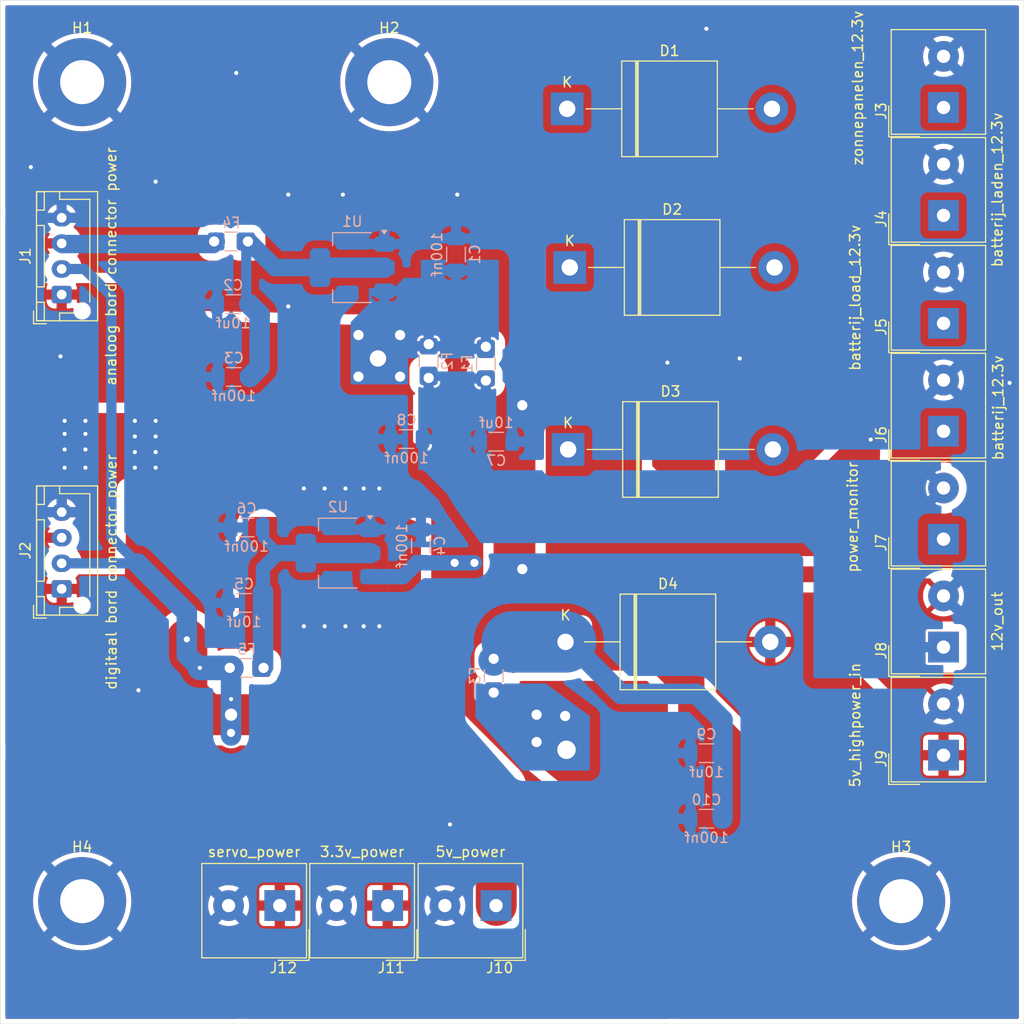
<source format=kicad_pcb>
(kicad_pcb (version 20240108) (generator "pcbnew") (generator_version "8.0")
  (layers (0 "F.Cu" signal) (31 "B.Cu" signal) (34 "B.Paste" user) (35 "F.Paste" user) (36 "B.SilkS" user "B.Silkscreen") (37 "F.SilkS" user "F.Silkscreen") (38 "B.Mask" user) (39 "F.Mask" user) (44 "Edge.Cuts" user))
  (net 0 "")
  (net 1 "GND")
  (net 2 "+12L")
  (net 3 "+3.3V")
  (net 4 "+5V")
  (net 5 "VBUS")
  (net 6 "+BATT")
  (net 7 "+VDC")
  (net 8 "+5VL")
  (net 9 "VDD")
  (net 10 "Net-(U1-VO)")
  (net 11 "Net-(U2-VO)")
  (net 12 "Net-(D4-K)")
  (net 13 "VDC")
  (net 14 "+5VP")
  (footprint "MountingHole:MountingHole_4.3mm_M4_Pad" (layer "F.Cu") (at 20 20)
    (property "Reference" "H1" (at 0 -5.3 0) (layer "F.SilkS"))
    (property "Value" "MountingHole_Pad")
    (pad "1" thru_hole circle (at 0 0) (size 8.6 8.6) (drill 4.3) (layers "*.Cu" "*.Mask") (net 1 "GND"))
  )
  (footprint "TerminalBlock_Altech:Altech_AK100_1x02_P5.00mm" (layer "F.Cu") (at 39.3035 100.4325 180)
    (property "Reference" "J12" (at -0.35 -6.09 0) (layer "F.SilkS"))
    (property "Value" "servo_power" (at 2.5 5.25 0) (layer "F.SilkS"))
    (pad "1" thru_hole rect (at 0 0 180) (size 3 3) (drill 1.3) (layers "*.Cu" "*.Mask") (net 8 "+5VL"))
    (pad "2" thru_hole circle (at 5 0 180) (size 3 3) (drill 1.3) (layers "*.Cu" "*.Mask") (net 1 "GND"))
  )
  (footprint "Connector_JST:JST_XH_B4B-XH-AM_1x04_P2.50mm_Vertical" (layer "F.Cu") (at 18 40.75 90)
    (property "Reference" "J1" (at 3.75 -3.55 90) (layer "F.SilkS"))
    (property "Value" "analoog bord connector power" (at 2.754 4.826 90) (layer "F.SilkS"))
    (pad "" np_thru_hole circle (at -1.6 2 90) (size 1.2 1.2) (drill 1.2) (layers "*.Cu" "*.Mask"))
    (pad "1" thru_hole roundrect (at 0 0 90) (size 1.7 1.95) (drill 0.95) (layers "*.Cu" "*.Mask") (roundrect_rratio 0.147059) (net 2 "+12L"))
    (pad "2" thru_hole oval (at 2.5 0 90) (size 1.7 1.95) (drill 0.95) (layers "*.Cu" "*.Mask") (net 4 "+5V"))
    (pad "3" thru_hole oval (at 5 0 90) (size 1.7 1.95) (drill 0.95) (layers "*.Cu" "*.Mask") (net 3 "+3.3V"))
    (pad "4" thru_hole oval (at 7.5 0 90) (size 1.7 1.95) (drill 0.95) (layers "*.Cu" "*.Mask") (net 1 "GND"))
  )
  (footprint "Diode_THT:D_P600_R-6_P20.00mm_Horizontal" (layer "F.Cu") (at 67.63 38.1)
    (property "Reference" "D2" (at 10 -5.67 0) (layer "F.SilkS"))
    (property "Value" "10SQ045")
    (fp_text user "K" (at 0 -2.6 0) (layer "F.SilkS"))
    (pad "1" thru_hole rect (at 0 0) (size 3.2 3.2) (drill 1.6) (layers "*.Cu" "*.Mask") (net 9 "VDD"))
    (pad "2" thru_hole oval (at 20 0) (size 3.2 3.2) (drill 1.6) (layers "*.Cu" "*.Mask") (net 6 "+BATT"))
  )
  (footprint "TerminalBlock_Altech:Altech_AK100_1x02_P5.00mm" (layer "F.Cu") (at 60.4325 100.4325 180)
    (property "Reference" "J10" (at -0.35 -6.09 0) (layer "F.SilkS"))
    (property "Value" "5v_power" (at 2.5 5.25 0) (layer "F.SilkS"))
    (pad "1" thru_hole rect (at 0 0 180) (size 3 3) (drill 1.3) (layers "*.Cu" "*.Mask") (net 4 "+5V"))
    (pad "2" thru_hole circle (at 5 0 180) (size 3 3) (drill 1.3) (layers "*.Cu" "*.Mask") (net 1 "GND"))
  )
  (footprint "TerminalBlock_Altech:Altech_AK100_1x02_P5.00mm" (layer "F.Cu") (at 104.14 43.561 90)
    (property "Reference" "J5" (at -0.35 -6.09 90) (layer "F.SilkS"))
    (property "Value" "batterij_load_12.3v" (at 2.5 -8.636 90) (layer "F.SilkS"))
    (pad "1" thru_hole rect (at 0 0 90) (size 3 3) (drill 1.3) (layers "*.Cu" "*.Mask") (net 13 "VDC"))
    (pad "2" thru_hole circle (at 5 0 90) (size 3 3) (drill 1.3) (layers "*.Cu" "*.Mask") (net 1 "GND"))
  )
  (footprint "MountingHole:MountingHole_4.3mm_M4_Pad" (layer "F.Cu") (at 100 100)
    (property "Reference" "H3" (at 0 -5.3 0) (layer "F.SilkS"))
    (property "Value" "MountingHole_Pad")
    (pad "1" thru_hole circle (at 0 0) (size 8.6 8.6) (drill 4.3) (layers "*.Cu" "*.Mask") (net 1 "GND"))
  )
  (footprint "Connector_JST:JST_XH_B4B-XH-AM_1x04_P2.50mm_Vertical" (layer "F.Cu") (at 18 69.5 90)
    (property "Reference" "J2" (at 3.75 -3.55 90) (layer "F.SilkS"))
    (property "Value" "digitaal bord connector power" (at 1.658 4.86 90) (layer "F.SilkS"))
    (pad "" np_thru_hole circle (at -1.6 2 90) (size 1.2 1.2) (drill 1.2) (layers "*.Cu" "*.Mask"))
    (pad "1" thru_hole roundrect (at 0 0 90) (size 1.7 1.95) (drill 0.95) (layers "*.Cu" "*.Mask") (roundrect_rratio 0.147059) (net 2 "+12L"))
    (pad "2" thru_hole oval (at 2.5 0 90) (size 1.7 1.95) (drill 0.95) (layers "*.Cu" "*.Mask") (net 4 "+5V"))
    (pad "3" thru_hole oval (at 5 0 90) (size 1.7 1.95) (drill 0.95) (layers "*.Cu" "*.Mask") (net 3 "+3.3V"))
    (pad "4" thru_hole oval (at 7.5 0 90) (size 1.7 1.95) (drill 0.95) (layers "*.Cu" "*.Mask") (net 1 "GND"))
  )
  (footprint "TerminalBlock_Altech:Altech_AK100_1x02_P5.00mm" (layer "F.Cu") (at 104.14 64.643 90)
    (property "Reference" "J7" (at -0.35 -6.09 90) (layer "F.SilkS"))
    (property "Value" "power_monitor" (at 2.159 -8.89 90) (layer "F.SilkS"))
    (pad "1" thru_hole rect (at 0 0 90) (size 3 3) (drill 1.3) (layers "*.Cu" "*.Mask") (net 9 "VDD"))
    (pad "2" thru_hole circle (at 5 0 90) (size 3 3) (drill 1.3) (layers "*.Cu" "*.Mask") (net 5 "VBUS"))
  )
  (footprint "MountingHole:MountingHole_4.3mm_M4_Pad" (layer "F.Cu") (at 50 20)
    (property "Reference" "H2" (at 0 -5.3 0) (layer "F.SilkS"))
    (property "Value" "MountingHole_Pad")
    (pad "1" thru_hole circle (at 0 0) (size 8.6 8.6) (drill 4.3) (layers "*.Cu" "*.Mask") (net 1 "GND"))
  )
  (footprint "TerminalBlock_Altech:Altech_AK100_1x02_P5.00mm" (layer "F.Cu") (at 104.14 85.7445 90)
    (property "Reference" "J9" (at -0.35 -6.09 90) (layer "F.SilkS"))
    (property "Value" "5v_highpower_in" (at 2.9405 -8.636 90) (layer "F.SilkS"))
    (pad "1" thru_hole rect (at 0 0 90) (size 3 3) (drill 1.3) (layers "*.Cu" "*.Mask") (net 14 "+5VP"))
    (pad "2" thru_hole circle (at 5 0 90) (size 3 3) (drill 1.3) (layers "*.Cu" "*.Mask") (net 1 "GND"))
  )
  (footprint "TerminalBlock_Altech:Altech_AK100_1x02_P5.00mm" (layer "F.Cu") (at 104.14 54.102 90)
    (property "Reference" "J6" (at -0.35 -6.09 90) (layer "F.SilkS"))
    (property "Value" "batterij_12.3v" (at 2.286 5.334 90) (layer "F.SilkS"))
    (pad "1" thru_hole rect (at 0 0 90) (size 3 3) (drill 1.3) (layers "*.Cu" "*.Mask") (net 9 "VDD"))
    (pad "2" thru_hole circle (at 5 0 90) (size 3 3) (drill 1.3) (layers "*.Cu" "*.Mask") (net 1 "GND"))
  )
  (footprint "Diode_THT:D_P600_R-6_P20.00mm_Horizontal" (layer "F.Cu") (at 67.216 74.676)
    (property "Reference" "D4" (at 10 -5.67 0) (layer "F.SilkS"))
    (property "Value" "10SQ045")
    (fp_text user "K" (at 0 -2.6 0) (layer "F.SilkS"))
    (pad "1" thru_hole rect (at 0 0) (size 3.2 3.2) (drill 1.6) (layers "*.Cu" "*.Mask") (net 12 "Net-(D4-K)"))
    (pad "2" thru_hole oval (at 20 0) (size 3.2 3.2) (drill 1.6) (layers "*.Cu" "*.Mask") (net 14 "+5VP"))
  )
  (footprint "MountingHole:MountingHole_4.3mm_M4_Pad" (layer "F.Cu") (at 20 100)
    (property "Reference" "H4" (at 0 -5.3 0) (layer "F.SilkS"))
    (property "Value" "MountingHole_Pad")
    (pad "1" thru_hole circle (at 0 0) (size 8.6 8.6) (drill 4.3) (layers "*.Cu" "*.Mask") (net 1 "GND"))
  )
  (footprint "TerminalBlock_Altech:Altech_AK100_1x02_P5.00mm" (layer "F.Cu") (at 104.14 75.184 90)
    (property "Reference" "J8" (at -0.35 -6.09 90) (layer "F.SilkS"))
    (property "Value" "12v_out" (at 2.5 5.25 90) (layer "F.SilkS"))
    (pad "1" thru_hole rect (at 0 0 90) (size 3 3) (drill 1.3) (layers "*.Cu" "*.Mask") (net 5 "VBUS"))
    (pad "2" thru_hole circle (at 5 0 90) (size 3 3) (drill 1.3) (layers "*.Cu" "*.Mask") (net 1 "GND"))
  )
  (footprint "TerminalBlock_Altech:Altech_AK100_1x02_P5.00mm" (layer "F.Cu") (at 49.8445 100.4325 180)
    (property "Reference" "J11" (at -0.35 -6.09 0) (layer "F.SilkS"))
    (property "Value" "3.3v_power" (at 2.5 5.25 0) (layer "F.SilkS"))
    (pad "1" thru_hole rect (at 0 0 180) (size 3 3) (drill 1.3) (layers "*.Cu" "*.Mask") (net 3 "+3.3V"))
    (pad "2" thru_hole circle (at 5 0 180) (size 3 3) (drill 1.3) (layers "*.Cu" "*.Mask") (net 1 "GND"))
  )
  (footprint "Diode_THT:D_P600_R-6_P20.00mm_Horizontal" (layer "F.Cu") (at 67.376 22.606)
    (property "Reference" "D1" (at 10 -5.67 0) (layer "F.SilkS"))
    (property "Value" "10SQ045")
    (fp_text user "K" (at 0 -2.6 0) (layer "F.SilkS"))
    (pad "1" thru_hole rect (at 0 0) (size 3.2 3.2) (drill 1.6) (layers "*.Cu" "*.Mask") (net 6 "+BATT"))
    (pad "2" thru_hole oval (at 20 0) (size 3.2 3.2) (drill 1.6) (layers "*.Cu" "*.Mask") (net 7 "+VDC"))
  )
  (footprint "TerminalBlock_Altech:Altech_AK100_1x02_P5.00mm" (layer "F.Cu") (at 104.14 33.02 90)
    (property "Reference" "J4" (at -0.35 -6.09 90) (layer "F.SilkS"))
    (property "Value" "batterij_laden_12.3v" (at 2.5 5.25 90) (layer "F.SilkS"))
    (pad "1" thru_hole rect (at 0 0 90) (size 3 3) (drill 1.3) (layers "*.Cu" "*.Mask") (net 6 "+BATT"))
    (pad "2" thru_hole circle (at 5 0 90) (size 3 3) (drill 1.3) (layers "*.Cu" "*.Mask") (net 1 "GND"))
  )
  (footprint "TerminalBlock_Altech:Altech_AK100_1x02_P5.00mm" (layer "F.Cu") (at 104.14 22.479 90)
    (property "Reference" "J3" (at -0.35 -6.09 90) (layer "F.SilkS"))
    (property "Value" "zonnepanelen_12.3v" (at 1.905 -8.382 90) (layer "F.SilkS"))
    (pad "1" thru_hole rect (at 0 0 90) (size 3 3) (drill 1.3) (layers "*.Cu" "*.Mask") (net 7 "+VDC"))
    (pad "2" thru_hole circle (at 5 0 90) (size 3 3) (drill 1.3) (layers "*.Cu" "*.Mask") (net 1 "GND"))
  )
  (footprint "Diode_THT:D_P600_R-6_P20.00mm_Horizontal" (layer "F.Cu") (at 67.47 55.88)
    (property "Reference" "D3" (at 10 -5.67 0) (layer "F.SilkS"))
    (property "Value" "10SQ045")
    (fp_text user "K" (at 0 -2.6 0) (layer "F.SilkS"))
    (pad "1" thru_hole rect (at 0 0) (size 3.2 3.2) (drill 1.6) (layers "*.Cu" "*.Mask") (net 9 "VDD"))
    (pad "2" thru_hole oval (at 20 0) (size 3.2 3.2) (drill 1.6) (layers "*.Cu" "*.Mask") (net 13 "VDC"))
  )
  (footprint "Fuse:Fuse_12060hole_3216Metric_Pad1.42x1.75mm_HandSolder" (layer "B.Cu") (at 60.198 77.978 -90)
    (property "Reference" "F3" (at 0 1.82 90) (layer "B.SilkS") (effects (justify mirror)))
    (property "Value" "Polyfuse_Small")
    (pad "1" thru_hole roundrect (at -1.651 0 270) (size 1.8 1.75) (drill 1 (offset 0.2 0)) (layers "*.Cu" "*.Mask") (roundrect_rratio 0.175439) (net 12 "Net-(D4-K)"))
    (pad "2" thru_hole roundrect (at 1.651 0 270) (size 1.6 1.75) (drill 1 (offset -0.2 0)) (layers "*.Cu" "*.Mask") (roundrect_rratio 0.175439) (net 8 "+5VL"))
  )
  (footprint "Capacitor_SMD:C_1206_3216Metric_Pad1.33x1.80mm_HandSolder" (layer "B.Cu") (at 60.452 55.118)
    (property "Reference" "C7" (at 0 1.85 0) (layer "B.SilkS") (effects (justify mirror)))
    (property "Value" "10uf" (at 0 -1.85 0) (layer "B.SilkS") (effects (justify mirror)))
    (pad "1" smd roundrect (at -1.5625 0) (size 1.325 1.8) (layers "B.Cu" "B.Paste" "B.Mask") (roundrect_rratio 0.188679) (net 5 "VBUS"))
    (pad "2" smd roundrect (at 1.5625 0) (size 1.325 1.8) (layers "B.Cu" "B.Paste" "B.Mask") (roundrect_rratio 0.188679) (net 1 "GND"))
  )
  (footprint "Capacitor_SMD:C_1206_3216Metric_Pad1.33x1.80mm_HandSolder" (layer "B.Cu") (at 34.754 41.682 180)
    (property "Reference" "C2" (at 0 1.85 0) (layer "B.SilkS") (effects (justify mirror)))
    (property "Value" "10uf" (at 0 -1.85 0) (layer "B.SilkS") (effects (justify mirror)))
    (pad "1" smd roundrect (at -1.5625 0 180) (size 1.325 1.8) (layers "B.Cu" "B.Paste" "B.Mask") (roundrect_rratio 0.188679) (net 10 "Net-(U1-VO)"))
    (pad "2" smd roundrect (at 1.5625 0 180) (size 1.325 1.8) (layers "B.Cu" "B.Paste" "B.Mask") (roundrect_rratio 0.188679) (net 1 "GND"))
  )
  (footprint "Capacitor_SMD:C_1206_3216Metric_Pad1.33x1.80mm_HandSolder" (layer "B.Cu") (at 35.814 70.866 180)
    (property "Reference" "C5" (at 0 1.85 0) (layer "B.SilkS") (effects (justify mirror)))
    (property "Value" "10uf" (at 0 -1.85 0) (layer "B.SilkS") (effects (justify mirror)))
    (pad "1" smd roundrect (at -1.5625 0 180) (size 1.325 1.8) (layers "B.Cu" "B.Paste" "B.Mask") (roundrect_rratio 0.188679) (net 11 "Net-(U2-VO)"))
    (pad "2" smd roundrect (at 1.5625 0 180) (size 1.325 1.8) (layers "B.Cu" "B.Paste" "B.Mask") (roundrect_rratio 0.188679) (net 1 "GND"))
  )
  (footprint "Package_TO_SOT_SMD:SOT-223-3_TabPin2" (layer "B.Cu") (at 46.38 38.114 180)
    (property "Reference" "U1" (at 0 4.5 0) (layer "B.SilkS") (effects (justify mirror)))
    (property "Value" "LD1117S33TR_SOT223")
    (pad "1" smd roundrect (at -3.15 2.3 180) (size 2 1.5) (layers "B.Cu" "B.Paste" "B.Mask") (net 1 "GND"))
    (pad "2" smd roundrect (at -3.15 0 180) (size 2 1.5) (layers "B.Cu" "B.Paste" "B.Mask") (net 10 "Net-(U1-VO)"))
    (pad "2" smd roundrect (at 3.15 0 180) (size 2 3.8) (layers "B.Cu" "B.Paste" "B.Mask") (net 10 "Net-(U1-VO)"))
    (pad "3" smd roundrect (at -3.15 -2.3 180) (size 2 1.5) (layers "B.Cu" "B.Paste" "B.Mask") (net 2 "+12L"))
  )
  (footprint "Capacitor_SMD:C_1206_3216Metric_Pad1.33x1.80mm_HandSolder" (layer "B.Cu") (at 51.689 54.864 180)
    (property "Reference" "C8" (at 0 1.85 0) (layer "B.SilkS") (effects (justify mirror)))
    (property "Value" "100nf" (at 0 -1.85 0) (layer "B.SilkS") (effects (justify mirror)))
    (pad "1" smd roundrect (at -1.5625 0 180) (size 1.325 1.8) (layers "B.Cu" "B.Paste" "B.Mask") (roundrect_rratio 0.188679) (net 5 "VBUS"))
    (pad "2" smd roundrect (at 1.5625 0 180) (size 1.325 1.8) (layers "B.Cu" "B.Paste" "B.Mask") (roundrect_rratio 0.188679) (net 1 "GND"))
  )
  (footprint "Fuse:Fuse_12060hole_3216Metric_Pad1.42x1.75mm_HandSolder" (layer "B.Cu") (at 59.436 47.498 -90)
    (property "Reference" "F1" (at 0 1.82 90) (layer "B.SilkS") (effects (justify mirror)))
    (property "Value" "Polyfuse_Small")
    (pad "1" thru_hole roundrect (at -1.651 0 270) (size 1.8 1.75) (drill 1 (offset 0.2 0)) (layers "*.Cu" "*.Mask") (roundrect_rratio 0.175439) (net 2 "+12L"))
    (pad "2" thru_hole roundrect (at 1.651 0 270) (size 1.6 1.75) (drill 1 (offset -0.2 0)) (layers "*.Cu" "*.Mask") (roundrect_rratio 0.175439) (net 5 "VBUS"))
  )
  (footprint "Fuse:Fuse_12060hole_3216Metric_Pad1.42x1.75mm_HandSolder" (layer "B.Cu") (at 36.068 77.216 180)
    (property "Reference" "F5" (at 0 1.82 0) (layer "B.SilkS") (effects (justify mirror)))
    (property "Value" "Polyfuse_Small")
    (pad "1" thru_hole roundrect (at -1.651 0 180) (size 1.8 1.75) (drill 1 (offset 0.2 0)) (layers "*.Cu" "*.Mask") (roundrect_rratio 0.175439) (net 11 "Net-(U2-VO)"))
    (pad "2" thru_hole roundrect (at 1.651 0 180) (size 1.6 1.75) (drill 1 (offset -0.2 0)) (layers "*.Cu" "*.Mask") (roundrect_rratio 0.175439) (net 4 "+5V"))
  )
  (footprint "Capacitor_SMD:C_1206_3216Metric_Pad1.33x1.80mm_HandSolder" (layer "B.Cu") (at 53.086 65.278 90)
    (property "Reference" "C4" (at 0 1.85 90) (layer "B.SilkS") (effects (justify mirror)))
    (property "Value" "100nf" (at 0 -1.85 90) (layer "B.SilkS") (effects (justify mirror)))
    (pad "1" smd roundrect (at -1.5625 0 90) (size 1.325 1.8) (layers "B.Cu" "B.Paste" "B.Mask") (roundrect_rratio 0.188679) (net 2 "+12L"))
    (pad "2" smd roundrect (at 1.5625 0 90) (size 1.325 1.8) (layers "B.Cu" "B.Paste" "B.Mask") (roundrect_rratio 0.188679) (net 1 "GND"))
  )
  (footprint "Package_TO_SOT_SMD:SOT-223-3_TabPin2" (layer "B.Cu") (at 45 66 180)
    (property "Reference" "U2" (at 0 4.5 0) (layer "B.SilkS") (effects (justify mirror)))
    (property "Value" "LD1117S50TR_SOT223")
    (pad "1" smd roundrect (at -3.15 2.3 180) (size 2 1.5) (layers "B.Cu" "B.Paste" "B.Mask") (net 1 "GND"))
    (pad "2" smd roundrect (at -3.15 0 180) (size 2 1.5) (layers "B.Cu" "B.Paste" "B.Mask") (net 11 "Net-(U2-VO)"))
    (pad "2" smd roundrect (at 3.15 0 180) (size 2 3.8) (layers "B.Cu" "B.Paste" "B.Mask") (net 11 "Net-(U2-VO)"))
    (pad "3" smd roundrect (at -3.15 -2.3 180) (size 2 1.5) (layers "B.Cu" "B.Paste" "B.Mask") (net 2 "+12L"))
  )
  (footprint "Capacitor_SMD:C_1206_3216Metric_Pad1.33x1.80mm_HandSolder" (layer "B.Cu") (at 36.068 63.5 180)
    (property "Reference" "C6" (at 0 1.85 0) (layer "B.SilkS") (effects (justify mirror)))
    (property "Value" "100nf" (at 0 -1.85 0) (layer "B.SilkS") (effects (justify mirror)))
    (pad "1" smd roundrect (at -1.5625 0 180) (size 1.325 1.8) (layers "B.Cu" "B.Paste" "B.Mask") (roundrect_rratio 0.188679) (net 11 "Net-(U2-VO)"))
    (pad "2" smd roundrect (at 1.5625 0 180) (size 1.325 1.8) (layers "B.Cu" "B.Paste" "B.Mask") (roundrect_rratio 0.188679) (net 1 "GND"))
  )
  (footprint "Capacitor_SMD:C_1206_3216Metric_Pad1.33x1.80mm_HandSolder" (layer "B.Cu") (at 34.8175 48.794 180)
    (property "Reference" "C3" (at 0 1.85 0) (layer "B.SilkS") (effects (justify mirror)))
    (property "Value" "100nf" (at 0 -1.85 0) (layer "B.SilkS") (effects (justify mirror)))
    (pad "1" smd roundrect (at -1.5625 0 180) (size 1.325 1.8) (layers "B.Cu" "B.Paste" "B.Mask") (roundrect_rratio 0.188679) (net 10 "Net-(U1-VO)"))
    (pad "2" smd roundrect (at 1.5625 0 180) (size 1.325 1.8) (layers "B.Cu" "B.Paste" "B.Mask") (roundrect_rratio 0.188679) (net 1 "GND"))
  )
  (footprint "Capacitor_SMD:C_1206_3216Metric_Pad1.33x1.80mm_HandSolder" (layer "B.Cu") (at 80.9875 91.948 180)
    (property "Reference" "C10" (at 0 1.85 0) (layer "B.SilkS") (effects (justify mirror)))
    (property "Value" "100nf" (at 0 -1.85 0) (layer "B.SilkS") (effects (justify mirror)))
    (pad "1" smd roundrect (at -1.5625 0 180) (size 1.325 1.8) (layers "B.Cu" "B.Paste" "B.Mask") (roundrect_rratio 0.188679) (net 12 "Net-(D4-K)"))
    (pad "2" smd roundrect (at 1.5625 0 180) (size 1.325 1.8) (layers "B.Cu" "B.Paste" "B.Mask") (roundrect_rratio 0.188679) (net 1 "GND"))
  )
  (footprint "Capacitor_SMD:C_1206_3216Metric_Pad1.33x1.80mm_HandSolder" (layer "B.Cu") (at 56.515 36.83 90)
    (property "Reference" "C1" (at 0 1.85 90) (layer "B.SilkS") (effects (justify mirror)))
    (property "Value" "100nf" (at 0 -1.85 90) (layer "B.SilkS") (effects (justify mirror)))
    (pad "1" smd roundrect (at -1.5625 0 90) (size 1.325 1.8) (layers "B.Cu" "B.Paste" "B.Mask") (roundrect_rratio 0.188679) (net 2 "+12L"))
    (pad "2" smd roundrect (at 1.5625 0 90) (size 1.325 1.8) (layers "B.Cu" "B.Paste" "B.Mask") (roundrect_rratio 0.188679) (net 1 "GND"))
  )
  (footprint "Fuse:Fuse_12060hole_3216Metric_Pad1.42x1.75mm_HandSolder" (layer "B.Cu") (at 34.544 35.56 180)
    (property "Reference" "F4" (at 0 1.82 0) (layer "B.SilkS") (effects (justify mirror)))
    (property "Value" "Polyfuse_Small")
    (pad "1" thru_hole roundrect (at -1.651 0 180) (size 1.8 1.75) (drill 1 (offset 0.2 0)) (layers "*.Cu" "*.Mask") (roundrect_rratio 0.175439) (net 10 "Net-(U1-VO)"))
    (pad "2" thru_hole roundrect (at 1.651 0 180) (size 1.6 1.75) (drill 1 (offset -0.2 0)) (layers "*.Cu" "*.Mask") (roundrect_rratio 0.175439) (net 3 "+3.3V"))
  )
  (footprint "Capacitor_SMD:C_1206_3216Metric_Pad1.33x1.80mm_HandSolder" (layer "B.Cu") (at 80.9875 85.55 180)
    (property "Reference" "C9" (at 0 1.85 0) (layer "B.SilkS") (effects (justify mirror)))
    (property "Value" "10uf" (at 0 -1.85 0) (layer "B.SilkS") (effects (justify mirror)))
    (pad "1" smd roundrect (at -1.5625 0 180) (size 1.325 1.8) (layers "B.Cu" "B.Paste" "B.Mask") (roundrect_rratio 0.188679) (net 12 "Net-(D4-K)"))
    (pad "2" smd roundrect (at 1.5625 0 180) (size 1.325 1.8) (layers "B.Cu" "B.Paste" "B.Mask") (roundrect_rratio 0.188679) (net 1 "GND"))
  )
  (footprint "Fuse:Fuse_12060hole_3216Metric_Pad1.42x1.75mm_HandSolder" (layer "B.Cu") (at 53.848 47.244 90)
    (property "Reference" "F2" (at 0 1.82 -90) (layer "B.SilkS") (effects (justify mirror)))
    (property "Value" "Polyfuse_Small")
    (pad "1" thru_hole roundrect (at -1.651 0 90) (size 1.8 1.75) (drill 1 (offset 0.2 0)) (layers "*.Cu" "*.Mask") (roundrect_rratio 0.175439) (net 5 "VBUS"))
    (pad "2" thru_hole roundrect (at 1.651 0 90) (size 1.6 1.75) (drill 1 (offset -0.2 0)) (layers "*.Cu" "*.Mask") (roundrect_rratio 0.175439) (net 2 "+12L"))
  )
  (gr_rect (start 12 12) (end 112 112) (stroke (width 0.05)) (fill none) (layer "Edge.Cuts"))
  (via (at 77.1652 47.3964) (size 0.8) (drill 0.4) (layers "F.Cu" "B.Cu") (net 1))
  (via (at 55.9308 92.5068) (size 0.8) (drill 0.4) (layers "F.Cu" "B.Cu") (net 1))
  (via (at 20.32 53.086) (size 0.8) (drill 0.4) (layers "F.Cu" "B.Cu") (net 1))
  (via (at 27.178 57.658) (size 0.8) (drill 0.4) (layers "F.Cu" "B.Cu") (net 1))
  (via (at 45.72 73.152) (size 0.8) (drill 0.4) (layers "F.Cu" "B.Cu") (net 1))
  (via (at 56.642 30.988) (size 0.8) (drill 0.4) (layers "F.Cu" "B.Cu") (net 1))
  (via (at 20.32 54.356) (size 0.8) (drill 0.4) (layers "F.Cu" "B.Cu") (net 1))
  (via (at 49.022 59.69) (size 0.8) (drill 0.4) (layers "F.Cu" "B.Cu") (net 1))
  (via (at 25.5016 79.4004) (size 0.8) (drill 0.4) (layers "F.Cu" "B.Cu") (net 1))
  (via (at 40.132 30.988) (size 0.8) (drill 0.4) (layers "F.Cu" "B.Cu") (net 1))
  (via (at 20.32 55.88) (size 0.8) (drill 0.4) (layers "F.Cu" "B.Cu") (net 1))
  (via (at 27.178 53.086) (size 0.8) (drill 0.4) (layers "F.Cu" "B.Cu") (net 1))
  (via (at 41.656 73.152) (size 0.8) (drill 0.4) (layers "F.Cu" "B.Cu") (net 1))
  (via (at 25.146 53.086) (size 0.8) (drill 0.4) (layers "F.Cu" "B.Cu") (net 1))
  (via (at 35.052 19.1008) (size 0.8) (drill 0.4) (layers "F.Cu" "B.Cu") (net 1))
  (via (at 110.5916 49.3776) (size 0.8) (drill 0.4) (layers "F.Cu" "B.Cu") (net 1))
  (via (at 18.288 57.658) (size 0.8) (drill 0.4) (layers "F.Cu" "B.Cu") (net 1))
  (via (at 18.288 54.356) (size 0.8) (drill 0.4) (layers "F.Cu" "B.Cu") (net 1))
  (via (at 25.146 57.658) (size 0.8) (drill 0.4) (layers "F.Cu" "B.Cu") (net 1))
  (via (at 18.288 53.086) (size 0.8) (drill 0.4) (layers "F.Cu" "B.Cu") (net 1))
  (via (at 14.986 28.2956) (size 0.8) (drill 0.4) (layers "F.Cu" "B.Cu") (net 1))
  (via (at 97.028 54.9148) (size 0.8) (drill 0.4) (layers "F.Cu" "B.Cu") (net 1))
  (via (at 25.146 54.61) (size 0.8) (drill 0.4) (layers "F.Cu" "B.Cu") (net 1))
  (via (at 18.288 55.88) (size 0.8) (drill 0.4) (layers "F.Cu" "B.Cu") (net 1))
  (via (at 27.178 56.134) (size 0.8) (drill 0.4) (layers "F.Cu" "B.Cu") (net 1))
  (via (at 47.498 73.152) (size 0.8) (drill 0.4) (layers "F.Cu" "B.Cu") (net 1))
  (via (at 25.146 56.134) (size 0.8) (drill 0.4) (layers "F.Cu" "B.Cu") (net 1))
  (via (at 47.498 59.69) (size 0.8) (drill 0.4) (layers "F.Cu" "B.Cu") (net 1))
  (via (at 43.688 73.152) (size 0.8) (drill 0.4) (layers "F.Cu" "B.Cu") (net 1))
  (via (at 62.992 51.562) (size 1.5) (drill 1) (layers "F.Cu" "B.Cu") (net 1))
  (via (at 43.688 59.69) (size 0.8) (drill 0.4) (layers "F.Cu" "B.Cu") (net 1))
  (via (at 80.9752 14.7828) (size 0.8) (drill 0.4) (layers "F.Cu" "B.Cu") (net 1))
  (via (at 49.022 73.152) (size 0.8) (drill 0.4) (layers "F.Cu" "B.Cu") (net 1))
  (via (at 45.466 30.988) (size 0.8) (drill 0.4) (layers "F.Cu" "B.Cu") (net 1))
  (via (at 20.32 57.658) (size 0.8) (drill 0.4) (layers "F.Cu" "B.Cu") (net 1))
  (via (at 45.72 59.69) (size 0.8) (drill 0.4) (layers "F.Cu" "B.Cu") (net 1))
  (via (at 17.8816 46.7868) (size 0.8) (drill 0.4) (layers "F.Cu" "B.Cu") (net 1))
  (via (at 27.178 29.718) (size 0.8) (drill 0.4) (layers "F.Cu" "B.Cu") (net 1))
  (via (at 40.132 41.91) (size 0.8) (drill 0.4) (layers "F.Cu" "B.Cu") (net 1))
  (via (at 62.992 67.564) (size 1.5) (drill 1) (layers "F.Cu" "B.Cu") (net 1))
  (via (at 27.178 54.61) (size 0.8) (drill 0.4) (layers "F.Cu" "B.Cu") (net 1))
  (via (at 41.656 59.69) (size 0.8) (drill 0.4) (layers "F.Cu" "B.Cu") (net 1))
  (via (at 84.2264 46.99) (size 0.8) (drill 0.4) (layers "F.Cu" "B.Cu") (net 1))
  (segment (start 18 40.75) (end 18.034 40.784) (width 0.25) (layer "F.Cu") (net 2))
  (via (at 56.388 66.9544) (size 1.4) (drill 0.8) (layers "F.Cu" "B.Cu") (net 2))
  (via (at 58.3184 66.9544) (size 1.4) (drill 0.8) (layers "F.Cu" "B.Cu") (net 2))
  (via (at 46.99 48.768) (size 1.4) (drill 1) (layers "F.Cu" "B.Cu") (net 2))
  (via (at 48.895 46.99) (size 2) (drill 1.6) (layers "F.Cu" "B.Cu") (net 2))
  (via (at 51.054 44.704) (size 1.4) (drill 1) (layers "F.Cu" "B.Cu") (net 2))
  (via (at 46.99 44.704) (size 1.4) (drill 1) (layers "F.Cu" "B.Cu") (net 2))
  (via (at 51.054 48.768) (size 1.4) (drill 1) (layers "F.Cu" "B.Cu") (net 2))
  (segment (start 59.182 45.7565) (end 59.436 46.0105) (width 0.25) (layer "B.Cu") (net 2))
  (segment (start 51.3463 68.3) (end 48.15 68.3) (width 1.5) (layer "B.Cu") (net 2))
  (segment (start 58.3184 66.9544) (end 52.6919 66.9544) (width 1.5) (layer "B.Cu") (net 2))
  (segment (start 52.6919 66.7266) (end 52.8705 66.548) (width 0.25) (layer "B.Cu") (net 2))
  (segment (start 52.6919 66.9544) (end 51.3463 68.3) (width 1.5) (layer "B.Cu") (net 2))
  (segment (start 52.6919 66.9544) (end 52.6919 66.7266) (width 0.25) (layer "B.Cu") (net 2))
  (segment (start 49.784 100.372) (end 49.8445 100.4325) (width 2) (layer "F.Cu") (net 3))
  (segment (start 32.8025 35.814) (end 33.0565 35.56) (width 1.8) (layer "B.Cu") (net 3))
  (segment (start 18.064 35.814) (end 32.8025 35.814) (width 1.8) (layer "B.Cu") (net 3))
  (segment (start 18 35.75) (end 18.064 35.814) (width 1.8) (layer "B.Cu") (net 3))
  (segment (start 17.73 64.77) (end 18 64.5) (width 1) (layer "B.Cu") (net 3))
  (segment (start 60.452 100.413) (end 60.4325 100.4325) (width 0.25) (layer "F.Cu") (net 4))
  (segment (start 53.086 81.788) (end 32.258 81.788) (width 4) (layer "F.Cu") (net 4))
  (segment (start 60.452 100.413) (end 60.452 89.154) (width 4) (layer "F.Cu") (net 4))
  (segment (start 30.226 79.756) (end 30.226 74.422) (width 4) (layer "F.Cu") (net 4))
  (segment (start 32.258 81.788) (end 30.226 79.756) (width 4) (layer "F.Cu") (net 4))
  (segment (start 60.452 89.154) (end 53.086 81.788) (width 4) (layer "F.Cu") (net 4))
  (via (at 34.544 80.264) (size 0.8) (drill 0.4) (layers "F.Cu" "B.Cu") (net 4))
  (via (at 31.496 77.216) (size 0.8) (drill 0.4) (layers "F.Cu" "B.Cu") (net 4))
  (via (at 34.544 83.566) (size 1) (drill 0.8) (layers "F.Cu" "B.Cu") (net 4))
  (via (at 30.226 74.422) (size 1) (drill 0.6) (layers "F.Cu" "B.Cu") (net 4))
  (via (at 34.544 81.788) (size 1.6) (drill 1.2) (layers "F.Cu" "B.Cu") (net 4))
  (segment (start 22.86 40.894) (end 20.216 38.25) (width 1) (layer "B.Cu") (net 4))
  (segment (start 30.226 75.946) (end 30.226 74.422) (width 2) (layer "B.Cu") (net 4))
  (segment (start 34.544 81.534) (end 34.544 81.788) (width 1.5) (layer "B.Cu") (net 4))
  (segment (start 22.86 64.46) (end 22.86 40.894) (width 1) (layer "B.Cu") (net 4))
  (segment (start 20.216 38.25) (end 18 38.25) (width 1) (layer "B.Cu") (net 4))
  (segment (start 31.496 77.216) (end 34.5805 77.216) (width 2.4) (layer "B.Cu") (net 4))
  (segment (start 31.496 77.216) (end 30.226 75.946) (width 2) (layer "B.Cu") (net 4))
  (segment (start 25.4 67) (end 22.86 64.46) (width 1) (layer "B.Cu") (net 4))
  (segment (start 34.5805 77.216) (end 34.544 77.2525) (width 1) (layer "B.Cu") (net 4))
  (segment (start 34.544 83.82) (end 34.544 80.264) (width 2) (layer "B.Cu") (net 4))
  (segment (start 25.4 67) (end 30.226 71.826) (width 2) (layer "B.Cu") (net 4))
  (segment (start 18 67) (end 19.4267 67) (width 1) (layer "B.Cu") (net 4))
  (segment (start 30.226 74.676) (end 30.226 74.676) (width 2) (layer "B.Cu") (net 4))
  (segment (start 34.544 80.264) (end 34.544 77.2525) (width 2) (layer "B.Cu") (net 4))
  (segment (start 30.226 71.826) (end 30.226 74.422) (width 2) (layer "B.Cu") (net 4))
  (segment (start 61.214 99.651) (end 60.4325 100.4325) (width 1) (layer "B.Cu") (net 4))
  (segment (start 21.3072 67) (end 19.4267 67) (width 1) (layer "B.Cu") (net 4))
  (segment (start 25.4 67) (end 21.3072 67) (width 1) (layer "B.Cu") (net 4))
  (segment (start 53.2009 49.4516) (end 53.34 49.3125) (width 0.25) (layer "B.Cu") (net 5))
  (via (at 64.389 84.455) (size 1.5) (drill 1) (layers "F.Cu" "B.Cu") (net 8))
  (via (at 67.183 81.915) (size 1.5) (drill 1) (layers "F.Cu" "B.Cu") (net 8))
  (via (at 67.31 85.217) (size 3) (drill 1.8) (layers "F.Cu" "B.Cu") (net 8))
  (via (at 64.389 81.788) (size 1.5) (drill 1) (layers "F.Cu" "B.Cu") (net 8))
  (segment (start 67.63 55.72) (end 67.47 55.88) (width 0.25) (layer "F.Cu") (net 9))
  (segment (start 36.0315 35.56) (end 36.2855 35.56) (width 1.7) (layer "B.Cu") (net 10))
  (segment (start 37.338 44.164) (end 37.338 47.836) (width 2) (layer "B.Cu") (net 10))
  (segment (start 38.8395 38.114) (end 43.23 38.114) (width 1.7) (layer "B.Cu") (net 10))
  (segment (start 36.2855 35.56) (end 38.8395 38.114) (width 1.7) (layer "B.Cu") (net 10))
  (segment (start 36.0315 41.397) (end 36.0315 35.56) (width 1) (layer "B.Cu") (net 10))
  (segment (start 37.338 44.164) (end 37.338 42.7035) (width 2) (layer "B.Cu") (net 10))
  (segment (start 43.23 38.114) (end 49.53 38.114) (width 2) (layer "B.Cu") (net 10))
  (segment (start 37.338 42.7035) (end 36.3165 41.682) (width 2) (layer "B.Cu") (net 10))
  (segment (start 36.3165 41.682) (end 36.0315 41.397) (width 0.5) (layer "B.Cu") (net 10))
  (segment (start 37.338 47.836) (end 36.38 48.794) (width 2) (layer "B.Cu") (net 10))
  (segment (start 37.6725 67.4835) (end 37.6725 69.81) (width 1.4) (layer "B.Cu") (net 11))
  (segment (start 37.6725 77.099) (end 37.5555 77.216) (width 1) (layer "B.Cu") (net 11))
  (segment (start 37.6725 64.5165) (end 37.6725 62.952) (width 1) (layer "B.Cu") (net 11))
  (segment (start 41.85 66) (end 39.156 66) (width 1.6) (layer "B.Cu") (net 11))
  (segment (start 39.156 66) (end 37.6725 64.5165) (width 1) (layer "B.Cu") (net 11))
  (segment (start 39.156 66) (end 37.6725 67.4835) (width 1.4) (layer "B.Cu") (net 11))
  (segment (start 41.85 66) (end 48.15 66) (width 2) (layer "B.Cu") (net 11))
  (segment (start 37.6725 69.81) (end 37.6725 77.099) (width 2) (layer "B.Cu") (net 11))
  (segment (start 37.592 63.0325) (end 37.6725 62.952) (width 0.5) (layer "B.Cu") (net 11))
  (segment (start 67.216 74.676) (end 62.0125 74.676) (width 6) (layer "B.Cu") (net 12))
  (segment (start 82.55 82.296) (end 80.01 79.756) (width 2) (layer "B.Cu") (net 12))
  (segment (start 67.564 74.676) (end 67.216 74.676) (width 0.25) (layer "B.Cu") (net 12))
  (segment (start 82.55 91.948) (end 82.55 85.55) (width 2) (layer "B.Cu") (net 12))
  (segment (start 82.55 85.55) (end 82.55 82.296) (width 2) (layer "B.Cu") (net 12))
  (segment (start 72.644 79.756) (end 67.564 74.676) (width 2) (layer "B.Cu") (net 12))
  (segment (start 80.01 79.756) (end 72.644 79.756) (width 2) (layer "B.Cu") (net 12))
  (segment (start 62.0125 74.676) (end 60.198 76.4905) (width 3) (layer "B.Cu") (net 12))
  (zone (net 1) (net_name "GND") (layer "F.Cu") (priority 11) (connect_pads (clearance 1)) (min_thickness 0.25) (fill yes (thermal_gap 0.5) (thermal_bridge_width 1) (smoothing chamfer) (island_removal_mode 1) (island_area_min 10))
    (polygon (pts (xy 28.702 58.42) (xy 28.702 52.324) (xy 17.018 52.324) (xy 17.018 62.738) (xy 21.336 62.738) (xy 21.336 58.42)))
  )
  (zone (net 1) (net_name "GND") (layer "F.Cu") (priority 12) (connect_pads (clearance 1)) (min_thickness 0.25) (fill yes (thermal_gap 0.5) (thermal_bridge_width 1) (smoothing fillet) (radius 1) (island_removal_mode 1) (island_area_min 10))
    (polygon (pts (xy 49.784 74.93) (xy 40.64 74.93) (xy 40.64 58.674) (xy 49.784 58.674)))
  )
  (zone (net 13) (net_name "VDC") (layer "F.Cu") (priority 3) (connect_pads yes (clearance 1)) (min_thickness 0.25) (fill yes (thermal_gap 0.5) (thermal_bridge_width 0.5) (smoothing chamfer) (island_removal_mode 1) (island_area_min 10))
    (polygon (pts (xy 108.458 41.148) (xy 99.822 41.148) (xy 91.44 48.514) (xy 89.154 50.8) (xy 84.582 50.8) (xy 82.804 52.578) (xy 82.804 60.198) (xy 88.1888 60.198) (xy 102.0572 46.3296) (xy 108.060737 46.3296) (xy 108.3564 45.027882)))
  )
  (zone (net 6) (net_name "+BATT") (layer "F.Cu") (priority 2) (connect_pads yes (clearance 1)) (min_thickness 0.25) (fill yes (thermal_gap 0.5) (thermal_bridge_width 0.5) (smoothing chamfer) (island_removal_mode 1) (island_area_min 10))
    (polygon (pts (xy 82.296 42.926) (xy 93.5228 42.926) (xy 94.996 41.4528) (xy 94.996 38.862) (xy 95.25 38.608) (xy 108.458 38.608) (xy 108.458 30.48) (xy 84.328 30.48) (xy 77.724 23.876) (xy 77.724 17.78) (xy 77.47 17.526) (xy 64.262 17.526) (xy 64.262 26.67) (xy 66.548 28.956) (xy 73.5584 28.956) (xy 77.724 33.1216) (xy 77.724 38.354)))
  )
  (zone (net 3) (net_name "+3.3V") (layer "F.Cu") (priority 8) (connect_pads (clearance 1)) (min_thickness 0.25) (fill yes (thermal_gap 0.5) (thermal_bridge_width 1) (smoothing chamfer) (island_removal_mode 1) (island_area_min 10))
    (polygon (pts (xy 12.192 33.528) (xy 18.542 33.528) (xy 18.542 38.354) (xy 15.494 38.354) (xy 15.494 63.246) (xy 15.24 62.992) (xy 19.05 62.992) (xy 19.05 66.294) (xy 15.494 66.294) (xy 15.494 78.994) (xy 31.242 86.868) (xy 52.256267 86.868) (xy 53.34 87.884) (xy 53.34 104.902) (xy 47.498 104.902) (xy 46.736 104.14) (xy 46.736 93.218) (xy 46.228 92.71) (xy 20.574 92.71) (xy 12.192 84.328)))
  )
  (zone (net 9) (net_name "VDD") (layer "F.Cu") (priority 4) (connect_pads yes (clearance 1)) (min_thickness 0.25) (fill yes (thermal_gap 0.5) (thermal_bridge_width 0.5) (smoothing chamfer) (island_removal_mode 1) (island_area_min 10))
    (polygon (pts (xy 108.204 67.31) (xy 108.204 51.6636) (xy 100.01473 51.6636) (xy 99.039284 52.710994) (xy 98.826688 60.6044) (xy 77.216 60.452) (xy 74.676 57.912) (xy 74.676 33.274) (xy 65.278 33.274) (xy 65.278 66.294) (xy 91.948 66.294) (xy 94.596374 67.4624) (xy 108.0516 67.4624)))
  )
  (zone (net 14) (net_name "+5VP") (layer "F.Cu") (priority 14) (connect_pads (clearance 1)) (min_thickness 0.25) (fill yes (thermal_gap 0.5) (thermal_bridge_width 1) (smoothing fillet) (radius 1) (island_removal_mode 1) (island_area_min 10))
    (polygon (pts (xy 81.788 69.85) (xy 81.788 79.502) (xy 92.964 90.678) (xy 108.458 90.678) (xy 108.458 83.3628) (xy 101.3968 83.3628) (xy 94.996 76.962) (xy 94.996 69.85)))
  )
  (zone (net 7) (net_name "+VDC") (layer "F.Cu") (priority 1) (connect_pads yes (clearance 1)) (min_thickness 0.25) (fill yes (thermal_gap 0.5) (thermal_bridge_width 0.5) (smoothing chamfer) (island_removal_mode 1) (island_area_min 10))
    (polygon (pts (xy 82.8548 17.78) (xy 108.204 19.2024) (xy 108.204 25.1968) (xy 82.8548 27.432)))
  )
  (zone (net 2) (net_name "+12L") (layer "F.Cu") (priority 9) (connect_pads (clearance 1)) (min_thickness 0.25) (fill yes (thermal_gap 0.5) (thermal_bridge_width 1) (smoothing chamfer) (island_removal_mode 1) (island_area_min 10))
    (polygon (pts (xy 46.228 43.688) (xy 24.638 43.18) (xy 24.638 39.624) (xy 16.256 39.624) (xy 16.256 44.196) (xy 20.378656 44.35092) (xy 20.32 51.308) (xy 30.226 51.308) (xy 30.226 59.69) (xy 29.602546 59.69) (xy 24.384 59.69) (xy 24.172289 68.072) (xy 16.089584 68.072) (xy 16.002 73.152) (xy 24.638 73.152) (xy 28.956 73.152) (xy 34.317835 72.887569) (xy 34.317835 64.460331) (xy 35.814 61.468) (xy 51.816 61.468) (xy 54.102 62.484) (xy 54.102 69.342) (xy 58.928 69.342) (xy 59.182 69.088) (xy 59.182 59.944) (xy 54.102 56.388) (xy 52.324 55.1434) (xy 52.324 50.546) (xy 52.88021 50.546) (xy 52.832 43.688)))
  )
  (zone (net 1) (net_name "GND") (layer "F.Cu") (connect_pads (clearance 1)) (min_thickness 0.25) (fill yes (thermal_gap 0.5) (thermal_bridge_width 0.5))
    (polygon (pts (xy 111.8108 12.2428) (xy 111.8108 111.76) (xy 111.76 111.8108) (xy 12.1412 111.8108) (xy 12.1412 12.192) (xy 12.192 12.1412) (xy 111.7092 12.1412)))
  )
  (zone (net 8) (net_name "+5VL") (layer "F.Cu") (priority 5) (connect_pads (clearance 1)) (min_thickness 0.25) (fill yes (thermal_gap 0.5) (thermal_bridge_width 1) (smoothing chamfer) (island_removal_mode 1) (island_area_min 10))
    (polygon (pts (xy 36.068 96.52) (xy 36.068 111.76) (xy 77.216 111.76) (xy 77.216 80.518) (xy 75.184 78.486) (xy 62.738 78.486) (xy 62.738 85.217) (xy 67.564 89.154) (xy 67.564 106.172) (xy 43.434 106.172) (xy 42.926 105.664) (xy 42.926 96.774) (xy 42.926 96.52)))
  )
  (zone (net 5) (net_name "VBUS") (layer "B.Cu") (priority 6) (connect_pads (clearance 1)) (min_thickness 0.25) (fill yes (thermal_gap 0.25) (thermal_bridge_width 1) (smoothing chamfer) (island_removal_mode 1) (island_area_min 10))
    (polygon (pts (xy 104.14 78.232) (xy 91.44 78.232) (xy 91.44 66.04) (xy 90.424 65.024) (xy 58.928 65.024) (xy 56.388 61.498027) (xy 55.626 60.198) (xy 53.34 57.912) (xy 52.832 57.912) (xy 52.832 48.26) (xy 60.452 48.26) (xy 60.452 53.848) (xy 59.944 54.356) (xy 59.944 57.658) (xy 60.198 57.912) (xy 89.662 57.912) (xy 90.678 56.896) (xy 103.886 56.896)))
  )
  (zone (net 8) (net_name "+5VL") (layer "B.Cu") (priority 7) (connect_pads yes (clearance 1)) (min_thickness 0.25) (fill yes (thermal_gap 0.5) (thermal_bridge_width 1) (smoothing chamfer) (island_removal_mode 1) (island_area_min 10))
    (polygon (pts (xy 58.42 78.74) (xy 65.278 78.74) (xy 69.596 81.915) (xy 69.596 87.249) (xy 66.294 87.249) (xy 62.992 87.249) (xy 58.42 82.042)))
  )
  (zone (net 2) (net_name "+12L") (layer "B.Cu") (priority 10) (connect_pads (clearance 1)) (min_thickness 0.25) (fill yes (thermal_gap 0.25) (thermal_bridge_width 1) (smoothing chamfer) (island_removal_mode 1) (island_area_min 10))
    (polygon (pts (xy 60.706 37.338) (xy 53.086 37.338) (xy 53.086 39.116) (xy 48.006 39.116) (xy 48.006 41.656) (xy 46.228 43.434) (xy 46.228 49.53) (xy 46.736 49.53) (xy 51.816 49.53) (xy 51.816 46.99) (xy 60.706 46.99)))
  )
  (zone (net 1) (net_name "GND") (layer "B.Cu") (connect_pads (clearance 0.75)) (min_thickness 0.5) (fill yes (thermal_gap 0.5) (thermal_bridge_width 1))
    (polygon (pts (xy 12.5 12.489739) (xy 111.506 12.5) (xy 111.5 111.506) (xy 12.5 111.506)))
  )
)
</source>
